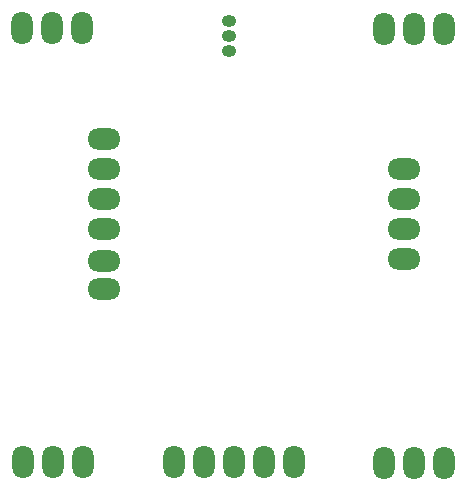
<source format=gbs>
G04*
G04 #@! TF.GenerationSoftware,Altium Limited,Altium Designer,21.0.9 (235)*
G04*
G04 Layer_Color=16711935*
%FSLAX44Y44*%
%MOMM*%
G71*
G04*
G04 #@! TF.SameCoordinates,A09F276E-AA30-40E7-8DD8-8EDFBC635AFD*
G04*
G04*
G04 #@! TF.FilePolarity,Negative*
G04*
G01*
G75*
%ADD19O,2.8032X1.8032*%
%ADD20O,1.8032X2.8032*%
%ADD21O,1.2032X1.0032*%
D19*
X354000Y213400D02*
D03*
Y238800D02*
D03*
Y264200D02*
D03*
Y289600D02*
D03*
X100000Y188000D02*
D03*
Y212000D02*
D03*
Y238800D02*
D03*
Y315000D02*
D03*
Y290000D02*
D03*
Y264200D02*
D03*
D20*
X261600Y42000D02*
D03*
X210800D02*
D03*
X185000D02*
D03*
X160000D02*
D03*
X236200D02*
D03*
X337600Y408000D02*
D03*
X363000D02*
D03*
X388400D02*
D03*
X30750Y408900D02*
D03*
X56150D02*
D03*
X81550D02*
D03*
X82790Y42000D02*
D03*
X57390D02*
D03*
X31990D02*
D03*
X388400Y41000D02*
D03*
X363000D02*
D03*
X337600D02*
D03*
D21*
X206618Y415036D02*
D03*
Y402336D02*
D03*
Y389636D02*
D03*
M02*

</source>
